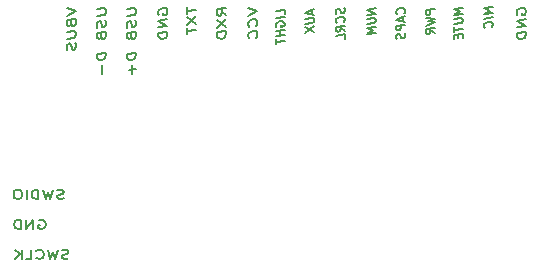
<source format=gbr>
G04 #@! TF.GenerationSoftware,KiCad,Pcbnew,5.1.5*
G04 #@! TF.CreationDate,2020-05-10T02:28:13+02:00*
G04 #@! TF.ProjectId,nucular-keyboard,6e756375-6c61-4722-9d6b-6579626f6172,rev?*
G04 #@! TF.SameCoordinates,Original*
G04 #@! TF.FileFunction,Legend,Bot*
G04 #@! TF.FilePolarity,Positive*
%FSLAX46Y46*%
G04 Gerber Fmt 4.6, Leading zero omitted, Abs format (unit mm)*
G04 Created by KiCad (PCBNEW 5.1.5) date 2020-05-10 02:28:13*
%MOMM*%
%LPD*%
G04 APERTURE LIST*
%ADD10C,0.150000*%
G04 APERTURE END LIST*
D10*
X67539904Y-83615571D02*
X67397047Y-83651285D01*
X67158952Y-83651285D01*
X67063714Y-83615571D01*
X67016095Y-83579857D01*
X66968476Y-83508428D01*
X66968476Y-83437000D01*
X67016095Y-83365571D01*
X67063714Y-83329857D01*
X67158952Y-83294142D01*
X67349428Y-83258428D01*
X67444666Y-83222714D01*
X67492285Y-83187000D01*
X67539904Y-83115571D01*
X67539904Y-83044142D01*
X67492285Y-82972714D01*
X67444666Y-82937000D01*
X67349428Y-82901285D01*
X67111333Y-82901285D01*
X66968476Y-82937000D01*
X66635142Y-82901285D02*
X66397047Y-83651285D01*
X66206571Y-83115571D01*
X66016095Y-83651285D01*
X65778000Y-82901285D01*
X64825619Y-83579857D02*
X64873238Y-83615571D01*
X65016095Y-83651285D01*
X65111333Y-83651285D01*
X65254190Y-83615571D01*
X65349428Y-83544142D01*
X65397047Y-83472714D01*
X65444666Y-83329857D01*
X65444666Y-83222714D01*
X65397047Y-83079857D01*
X65349428Y-83008428D01*
X65254190Y-82937000D01*
X65111333Y-82901285D01*
X65016095Y-82901285D01*
X64873238Y-82937000D01*
X64825619Y-82972714D01*
X63920857Y-83651285D02*
X64397047Y-83651285D01*
X64397047Y-82901285D01*
X63587523Y-83651285D02*
X63587523Y-82901285D01*
X63016095Y-83651285D02*
X63444666Y-83222714D01*
X63016095Y-82901285D02*
X63587523Y-83329857D01*
X67143047Y-78535571D02*
X67000190Y-78571285D01*
X66762095Y-78571285D01*
X66666857Y-78535571D01*
X66619238Y-78499857D01*
X66571619Y-78428428D01*
X66571619Y-78357000D01*
X66619238Y-78285571D01*
X66666857Y-78249857D01*
X66762095Y-78214142D01*
X66952571Y-78178428D01*
X67047809Y-78142714D01*
X67095428Y-78107000D01*
X67143047Y-78035571D01*
X67143047Y-77964142D01*
X67095428Y-77892714D01*
X67047809Y-77857000D01*
X66952571Y-77821285D01*
X66714476Y-77821285D01*
X66571619Y-77857000D01*
X66238285Y-77821285D02*
X66000190Y-78571285D01*
X65809714Y-78035571D01*
X65619238Y-78571285D01*
X65381142Y-77821285D01*
X65000190Y-78571285D02*
X65000190Y-77821285D01*
X64762095Y-77821285D01*
X64619238Y-77857000D01*
X64524000Y-77928428D01*
X64476380Y-77999857D01*
X64428761Y-78142714D01*
X64428761Y-78249857D01*
X64476380Y-78392714D01*
X64524000Y-78464142D01*
X64619238Y-78535571D01*
X64762095Y-78571285D01*
X65000190Y-78571285D01*
X64000190Y-78571285D02*
X64000190Y-77821285D01*
X63333523Y-77821285D02*
X63143047Y-77821285D01*
X63047809Y-77857000D01*
X62952571Y-77928428D01*
X62904952Y-78071285D01*
X62904952Y-78321285D01*
X62952571Y-78464142D01*
X63047809Y-78535571D01*
X63143047Y-78571285D01*
X63333523Y-78571285D01*
X63428761Y-78535571D01*
X63524000Y-78464142D01*
X63571619Y-78321285D01*
X63571619Y-78071285D01*
X63524000Y-77928428D01*
X63428761Y-77857000D01*
X63333523Y-77821285D01*
X65023904Y-80397000D02*
X65119142Y-80361285D01*
X65262000Y-80361285D01*
X65404857Y-80397000D01*
X65500095Y-80468428D01*
X65547714Y-80539857D01*
X65595333Y-80682714D01*
X65595333Y-80789857D01*
X65547714Y-80932714D01*
X65500095Y-81004142D01*
X65404857Y-81075571D01*
X65262000Y-81111285D01*
X65166761Y-81111285D01*
X65023904Y-81075571D01*
X64976285Y-81039857D01*
X64976285Y-80789857D01*
X65166761Y-80789857D01*
X64547714Y-81111285D02*
X64547714Y-80361285D01*
X63976285Y-81111285D01*
X63976285Y-80361285D01*
X63500095Y-81111285D02*
X63500095Y-80361285D01*
X63262000Y-80361285D01*
X63119142Y-80397000D01*
X63023904Y-80468428D01*
X62976285Y-80539857D01*
X62928666Y-80682714D01*
X62928666Y-80789857D01*
X62976285Y-80932714D01*
X63023904Y-81004142D01*
X63119142Y-81075571D01*
X63262000Y-81111285D01*
X63500095Y-81111285D01*
X67407285Y-62444380D02*
X68157285Y-62683964D01*
X67407285Y-63111047D01*
X67764428Y-63733071D02*
X67800142Y-63871464D01*
X67835857Y-63914619D01*
X67907285Y-63953309D01*
X68014428Y-63939916D01*
X68085857Y-63883369D01*
X68121571Y-63831285D01*
X68157285Y-63731583D01*
X68157285Y-63350630D01*
X67407285Y-63444380D01*
X67407285Y-63777714D01*
X67443000Y-63868488D01*
X67478714Y-63911642D01*
X67550142Y-63950333D01*
X67621571Y-63941404D01*
X67693000Y-63884857D01*
X67728714Y-63832773D01*
X67764428Y-63733071D01*
X67764428Y-63399738D01*
X67407285Y-64444380D02*
X68014428Y-64368488D01*
X68085857Y-64407178D01*
X68121571Y-64450333D01*
X68157285Y-64541107D01*
X68157285Y-64731583D01*
X68121571Y-64831285D01*
X68085857Y-64883369D01*
X68014428Y-64939916D01*
X67407285Y-65015809D01*
X68121571Y-65355095D02*
X68157285Y-65493488D01*
X68157285Y-65731583D01*
X68121571Y-65831285D01*
X68085857Y-65883369D01*
X68014428Y-65939916D01*
X67943000Y-65948845D01*
X67871571Y-65910154D01*
X67835857Y-65867000D01*
X67800142Y-65776226D01*
X67764428Y-65590214D01*
X67728714Y-65499440D01*
X67693000Y-65456285D01*
X67621571Y-65417595D01*
X67550142Y-65426523D01*
X67478714Y-65483071D01*
X67443000Y-65535154D01*
X67407285Y-65634857D01*
X67407285Y-65872952D01*
X67443000Y-66011345D01*
X72487285Y-62531809D02*
X73094428Y-62455916D01*
X73165857Y-62494607D01*
X73201571Y-62537761D01*
X73237285Y-62628535D01*
X73237285Y-62819011D01*
X73201571Y-62918714D01*
X73165857Y-62970797D01*
X73094428Y-63027345D01*
X72487285Y-63103238D01*
X73201571Y-63442523D02*
X73237285Y-63580916D01*
X73237285Y-63819011D01*
X73201571Y-63918714D01*
X73165857Y-63970797D01*
X73094428Y-64027345D01*
X73023000Y-64036273D01*
X72951571Y-63997583D01*
X72915857Y-63954428D01*
X72880142Y-63863654D01*
X72844428Y-63677642D01*
X72808714Y-63586869D01*
X72773000Y-63543714D01*
X72701571Y-63505023D01*
X72630142Y-63513952D01*
X72558714Y-63570500D01*
X72523000Y-63622583D01*
X72487285Y-63722285D01*
X72487285Y-63960380D01*
X72523000Y-64098773D01*
X72844428Y-64820500D02*
X72880142Y-64958892D01*
X72915857Y-65002047D01*
X72987285Y-65040738D01*
X73094428Y-65027345D01*
X73165857Y-64970797D01*
X73201571Y-64918714D01*
X73237285Y-64819011D01*
X73237285Y-64438059D01*
X72487285Y-64531809D01*
X72487285Y-64865142D01*
X72523000Y-64955916D01*
X72558714Y-64999071D01*
X72630142Y-65037761D01*
X72701571Y-65028833D01*
X72773000Y-64972285D01*
X72808714Y-64920202D01*
X72844428Y-64820500D01*
X72844428Y-64487166D01*
X73237285Y-66199964D02*
X72487285Y-66293714D01*
X72487285Y-66531809D01*
X72523000Y-66670202D01*
X72594428Y-66756511D01*
X72665857Y-66795202D01*
X72808714Y-66824964D01*
X72915857Y-66811571D01*
X73058714Y-66746095D01*
X73130142Y-66689547D01*
X73201571Y-66585380D01*
X73237285Y-66438059D01*
X73237285Y-66199964D01*
X72951571Y-67235678D02*
X72951571Y-67997583D01*
X73237285Y-67580916D02*
X72665857Y-67652345D01*
X69947285Y-62531809D02*
X70554428Y-62455916D01*
X70625857Y-62494607D01*
X70661571Y-62537761D01*
X70697285Y-62628535D01*
X70697285Y-62819011D01*
X70661571Y-62918714D01*
X70625857Y-62970797D01*
X70554428Y-63027345D01*
X69947285Y-63103238D01*
X70661571Y-63442523D02*
X70697285Y-63580916D01*
X70697285Y-63819011D01*
X70661571Y-63918714D01*
X70625857Y-63970797D01*
X70554428Y-64027345D01*
X70483000Y-64036273D01*
X70411571Y-63997583D01*
X70375857Y-63954428D01*
X70340142Y-63863654D01*
X70304428Y-63677642D01*
X70268714Y-63586869D01*
X70233000Y-63543714D01*
X70161571Y-63505023D01*
X70090142Y-63513952D01*
X70018714Y-63570500D01*
X69983000Y-63622583D01*
X69947285Y-63722285D01*
X69947285Y-63960380D01*
X69983000Y-64098773D01*
X70304428Y-64820500D02*
X70340142Y-64958892D01*
X70375857Y-65002047D01*
X70447285Y-65040738D01*
X70554428Y-65027345D01*
X70625857Y-64970797D01*
X70661571Y-64918714D01*
X70697285Y-64819011D01*
X70697285Y-64438059D01*
X69947285Y-64531809D01*
X69947285Y-64865142D01*
X69983000Y-64955916D01*
X70018714Y-64999071D01*
X70090142Y-65037761D01*
X70161571Y-65028833D01*
X70233000Y-64972285D01*
X70268714Y-64920202D01*
X70304428Y-64820500D01*
X70304428Y-64487166D01*
X70697285Y-66199964D02*
X69947285Y-66293714D01*
X69947285Y-66531809D01*
X69983000Y-66670202D01*
X70054428Y-66756511D01*
X70125857Y-66795202D01*
X70268714Y-66824964D01*
X70375857Y-66811571D01*
X70518714Y-66746095D01*
X70590142Y-66689547D01*
X70661571Y-66585380D01*
X70697285Y-66438059D01*
X70697285Y-66199964D01*
X70411571Y-67235678D02*
X70411571Y-67997583D01*
X75190000Y-63003345D02*
X75154285Y-62912571D01*
X75154285Y-62769714D01*
X75190000Y-62622392D01*
X75261428Y-62518226D01*
X75332857Y-62461678D01*
X75475714Y-62396202D01*
X75582857Y-62382809D01*
X75725714Y-62412571D01*
X75797142Y-62451261D01*
X75868571Y-62537571D01*
X75904285Y-62675964D01*
X75904285Y-62771202D01*
X75868571Y-62918523D01*
X75832857Y-62970607D01*
X75582857Y-63001857D01*
X75582857Y-62811380D01*
X75904285Y-63390250D02*
X75154285Y-63484000D01*
X75904285Y-63961678D01*
X75154285Y-64055428D01*
X75904285Y-64437869D02*
X75154285Y-64531619D01*
X75154285Y-64769714D01*
X75190000Y-64908107D01*
X75261428Y-64994416D01*
X75332857Y-65033107D01*
X75475714Y-65062869D01*
X75582857Y-65049476D01*
X75725714Y-64984000D01*
X75797142Y-64927452D01*
X75868571Y-64823285D01*
X75904285Y-64675964D01*
X75904285Y-64437869D01*
X77567285Y-62372857D02*
X77567285Y-62944285D01*
X78317285Y-62564821D02*
X77567285Y-62658571D01*
X77567285Y-63182380D02*
X78317285Y-63755297D01*
X77567285Y-63849047D02*
X78317285Y-63088630D01*
X77567285Y-64087142D02*
X77567285Y-64658571D01*
X78317285Y-64279107D02*
X77567285Y-64372857D01*
X80857285Y-63009297D02*
X80500142Y-62720607D01*
X80857285Y-62437869D02*
X80107285Y-62531619D01*
X80107285Y-62912571D01*
X80143000Y-63003345D01*
X80178714Y-63046500D01*
X80250142Y-63085190D01*
X80357285Y-63071797D01*
X80428714Y-63015250D01*
X80464428Y-62963166D01*
X80500142Y-62863464D01*
X80500142Y-62482511D01*
X80107285Y-63436380D02*
X80857285Y-64009297D01*
X80107285Y-64103047D02*
X80857285Y-63342630D01*
X80857285Y-64390250D02*
X80107285Y-64484000D01*
X80107285Y-64722095D01*
X80143000Y-64860488D01*
X80214428Y-64946797D01*
X80285857Y-64985488D01*
X80428714Y-65015250D01*
X80535857Y-65001857D01*
X80678714Y-64936380D01*
X80750142Y-64879833D01*
X80821571Y-64775666D01*
X80857285Y-64628345D01*
X80857285Y-64390250D01*
X82774285Y-62436380D02*
X83524285Y-62675964D01*
X82774285Y-63103047D01*
X83452857Y-63922988D02*
X83488571Y-63870904D01*
X83524285Y-63723583D01*
X83524285Y-63628345D01*
X83488571Y-63489952D01*
X83417142Y-63403642D01*
X83345714Y-63364952D01*
X83202857Y-63335190D01*
X83095714Y-63348583D01*
X82952857Y-63414059D01*
X82881428Y-63470607D01*
X82810000Y-63574773D01*
X82774285Y-63722095D01*
X82774285Y-63817333D01*
X82810000Y-63955726D01*
X82845714Y-63998880D01*
X83452857Y-64922988D02*
X83488571Y-64870904D01*
X83524285Y-64723583D01*
X83524285Y-64628345D01*
X83488571Y-64489952D01*
X83417142Y-64403642D01*
X83345714Y-64364952D01*
X83202857Y-64335190D01*
X83095714Y-64348583D01*
X82952857Y-64414059D01*
X82881428Y-64470607D01*
X82810000Y-64574773D01*
X82774285Y-64722095D01*
X82774285Y-64817333D01*
X82810000Y-64955726D01*
X82845714Y-64998880D01*
X103463285Y-62364392D02*
X102713285Y-62458142D01*
X103249000Y-62641178D01*
X102713285Y-62958142D01*
X103463285Y-62864392D01*
X103463285Y-63221535D02*
X102713285Y-63315285D01*
X103391857Y-64016178D02*
X103427571Y-63976000D01*
X103463285Y-63864392D01*
X103463285Y-63792964D01*
X103427571Y-63690285D01*
X103356142Y-63627785D01*
X103284714Y-63601000D01*
X103141857Y-63583142D01*
X103034714Y-63596535D01*
X102891857Y-63650107D01*
X102820428Y-63694750D01*
X102749000Y-63775107D01*
X102713285Y-63886714D01*
X102713285Y-63958142D01*
X102749000Y-64060821D01*
X102784714Y-64092071D01*
X85839285Y-62929964D02*
X85839285Y-62572821D01*
X85089285Y-62666571D01*
X85839285Y-63179964D02*
X85089285Y-63273714D01*
X85125000Y-64019250D02*
X85089285Y-63952285D01*
X85089285Y-63845142D01*
X85125000Y-63733535D01*
X85196428Y-63653178D01*
X85267857Y-63608535D01*
X85410714Y-63554964D01*
X85517857Y-63541571D01*
X85660714Y-63559428D01*
X85732142Y-63586214D01*
X85803571Y-63648714D01*
X85839285Y-63751392D01*
X85839285Y-63822821D01*
X85803571Y-63934428D01*
X85767857Y-63974607D01*
X85517857Y-64005857D01*
X85517857Y-63863000D01*
X85839285Y-64287107D02*
X85089285Y-64380857D01*
X85446428Y-64336214D02*
X85446428Y-64764785D01*
X85839285Y-64715678D02*
X85089285Y-64809428D01*
X85089285Y-65059428D02*
X85089285Y-65488000D01*
X85839285Y-65179964D02*
X85089285Y-65273714D01*
X88125000Y-62590178D02*
X88125000Y-62947321D01*
X88339285Y-62491964D02*
X87589285Y-62835714D01*
X88339285Y-62991964D01*
X87589285Y-63335714D02*
X88196428Y-63259821D01*
X88267857Y-63286607D01*
X88303571Y-63317857D01*
X88339285Y-63384821D01*
X88339285Y-63527678D01*
X88303571Y-63603571D01*
X88267857Y-63643750D01*
X88196428Y-63688392D01*
X87589285Y-63764285D01*
X87589285Y-64050000D02*
X88339285Y-64456250D01*
X87589285Y-64550000D02*
X88339285Y-63956250D01*
X90903571Y-62412571D02*
X90939285Y-62515250D01*
X90939285Y-62693821D01*
X90903571Y-62769714D01*
X90867857Y-62809892D01*
X90796428Y-62854535D01*
X90725000Y-62863464D01*
X90653571Y-62836678D01*
X90617857Y-62805428D01*
X90582142Y-62738464D01*
X90546428Y-62600071D01*
X90510714Y-62533107D01*
X90475000Y-62501857D01*
X90403571Y-62475071D01*
X90332142Y-62484000D01*
X90260714Y-62528642D01*
X90225000Y-62568821D01*
X90189285Y-62644714D01*
X90189285Y-62823285D01*
X90225000Y-62925964D01*
X90867857Y-63595607D02*
X90903571Y-63555428D01*
X90939285Y-63443821D01*
X90939285Y-63372392D01*
X90903571Y-63269714D01*
X90832142Y-63207214D01*
X90760714Y-63180428D01*
X90617857Y-63162571D01*
X90510714Y-63175964D01*
X90367857Y-63229535D01*
X90296428Y-63274178D01*
X90225000Y-63354535D01*
X90189285Y-63466142D01*
X90189285Y-63537571D01*
X90225000Y-63640250D01*
X90260714Y-63671500D01*
X90939285Y-64336678D02*
X90582142Y-64131321D01*
X90939285Y-63908107D02*
X90189285Y-64001857D01*
X90189285Y-64287571D01*
X90225000Y-64354535D01*
X90260714Y-64385785D01*
X90332142Y-64412571D01*
X90439285Y-64399178D01*
X90510714Y-64354535D01*
X90546428Y-64314357D01*
X90582142Y-64238464D01*
X90582142Y-63952750D01*
X90939285Y-65015250D02*
X90939285Y-64658107D01*
X90189285Y-64751857D01*
X93539285Y-62456250D02*
X92789285Y-62550000D01*
X93539285Y-62884821D01*
X92789285Y-62978571D01*
X92789285Y-63335714D02*
X93396428Y-63259821D01*
X93467857Y-63286607D01*
X93503571Y-63317857D01*
X93539285Y-63384821D01*
X93539285Y-63527678D01*
X93503571Y-63603571D01*
X93467857Y-63643750D01*
X93396428Y-63688392D01*
X92789285Y-63764285D01*
X93539285Y-64027678D02*
X92789285Y-64121428D01*
X93325000Y-64304464D01*
X92789285Y-64621428D01*
X93539285Y-64527678D01*
X95967857Y-62863464D02*
X96003571Y-62823285D01*
X96039285Y-62711678D01*
X96039285Y-62640250D01*
X96003571Y-62537571D01*
X95932142Y-62475071D01*
X95860714Y-62448285D01*
X95717857Y-62430428D01*
X95610714Y-62443821D01*
X95467857Y-62497392D01*
X95396428Y-62542035D01*
X95325000Y-62622392D01*
X95289285Y-62734000D01*
X95289285Y-62805428D01*
X95325000Y-62908107D01*
X95360714Y-62939357D01*
X95825000Y-63167035D02*
X95825000Y-63524178D01*
X96039285Y-63068821D02*
X95289285Y-63412571D01*
X96039285Y-63568821D01*
X96039285Y-63818821D02*
X95289285Y-63912571D01*
X95289285Y-64198285D01*
X95325000Y-64265250D01*
X95360714Y-64296500D01*
X95432142Y-64323285D01*
X95539285Y-64309892D01*
X95610714Y-64265250D01*
X95646428Y-64225071D01*
X95682142Y-64149178D01*
X95682142Y-63863464D01*
X96003571Y-64537571D02*
X96039285Y-64640250D01*
X96039285Y-64818821D01*
X96003571Y-64894714D01*
X95967857Y-64934892D01*
X95896428Y-64979535D01*
X95825000Y-64988464D01*
X95753571Y-64961678D01*
X95717857Y-64930428D01*
X95682142Y-64863464D01*
X95646428Y-64725071D01*
X95610714Y-64658107D01*
X95575000Y-64626857D01*
X95503571Y-64600071D01*
X95432142Y-64609000D01*
X95360714Y-64653642D01*
X95325000Y-64693821D01*
X95289285Y-64769714D01*
X95289285Y-64948285D01*
X95325000Y-65050964D01*
X98539285Y-62491964D02*
X97789285Y-62585714D01*
X97789285Y-62871428D01*
X97825000Y-62938392D01*
X97860714Y-62969642D01*
X97932142Y-62996428D01*
X98039285Y-62983035D01*
X98110714Y-62938392D01*
X98146428Y-62898214D01*
X98182142Y-62822321D01*
X98182142Y-62536607D01*
X97789285Y-63264285D02*
X98539285Y-63349107D01*
X98003571Y-63558928D01*
X98539285Y-63634821D01*
X97789285Y-63907142D01*
X98539285Y-64527678D02*
X98182142Y-64322321D01*
X98539285Y-64099107D02*
X97789285Y-64192857D01*
X97789285Y-64478571D01*
X97825000Y-64545535D01*
X97860714Y-64576785D01*
X97932142Y-64603571D01*
X98039285Y-64590178D01*
X98110714Y-64545535D01*
X98146428Y-64505357D01*
X98182142Y-64429464D01*
X98182142Y-64143750D01*
X100923285Y-62408107D02*
X100173285Y-62501857D01*
X100709000Y-62684892D01*
X100173285Y-63001857D01*
X100923285Y-62908107D01*
X100173285Y-63359000D02*
X100780428Y-63283107D01*
X100851857Y-63309892D01*
X100887571Y-63341142D01*
X100923285Y-63408107D01*
X100923285Y-63550964D01*
X100887571Y-63626857D01*
X100851857Y-63667035D01*
X100780428Y-63711678D01*
X100173285Y-63787571D01*
X100173285Y-64037571D02*
X100173285Y-64466142D01*
X100923285Y-64158107D02*
X100173285Y-64251857D01*
X100530428Y-64671500D02*
X100530428Y-64921500D01*
X100923285Y-64979535D02*
X100923285Y-64622392D01*
X100173285Y-64716142D01*
X100173285Y-65073285D01*
X105543000Y-63003345D02*
X105507285Y-62912571D01*
X105507285Y-62769714D01*
X105543000Y-62622392D01*
X105614428Y-62518226D01*
X105685857Y-62461678D01*
X105828714Y-62396202D01*
X105935857Y-62382809D01*
X106078714Y-62412571D01*
X106150142Y-62451261D01*
X106221571Y-62537571D01*
X106257285Y-62675964D01*
X106257285Y-62771202D01*
X106221571Y-62918523D01*
X106185857Y-62970607D01*
X105935857Y-63001857D01*
X105935857Y-62811380D01*
X106257285Y-63390250D02*
X105507285Y-63484000D01*
X106257285Y-63961678D01*
X105507285Y-64055428D01*
X106257285Y-64437869D02*
X105507285Y-64531619D01*
X105507285Y-64769714D01*
X105543000Y-64908107D01*
X105614428Y-64994416D01*
X105685857Y-65033107D01*
X105828714Y-65062869D01*
X105935857Y-65049476D01*
X106078714Y-64984000D01*
X106150142Y-64927452D01*
X106221571Y-64823285D01*
X106257285Y-64675964D01*
X106257285Y-64437869D01*
M02*

</source>
